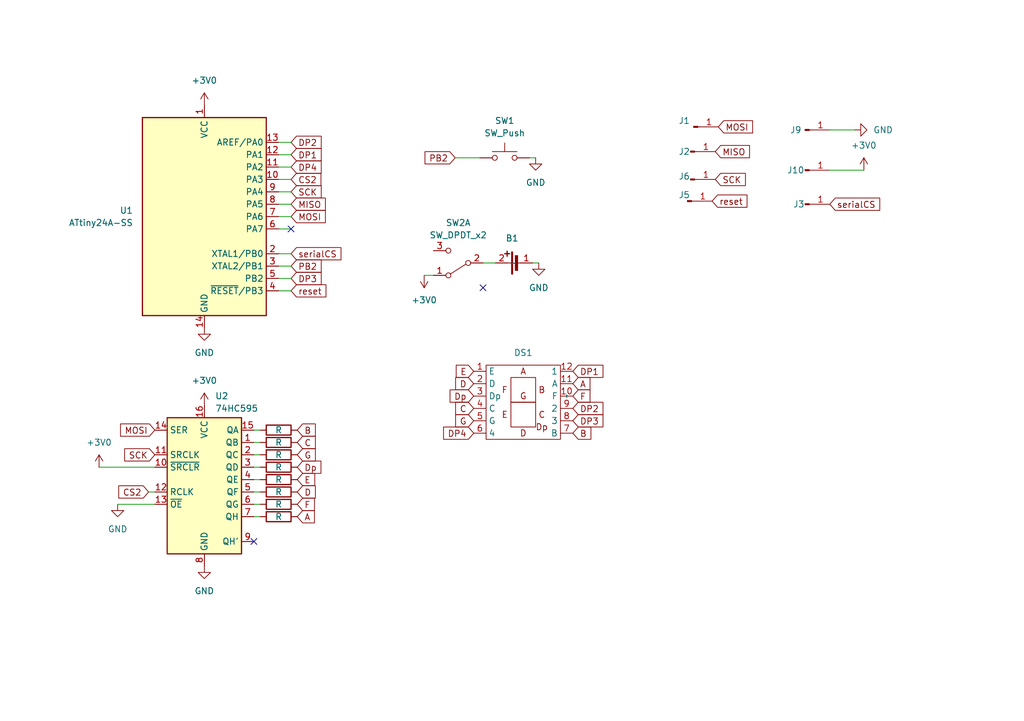
<source format=kicad_sch>
(kicad_sch (version 20231120) (generator "eeschema") (generator_version "8.0")
  (paper "A5")
  (title_block (title "Reaction Game") (date "2023-12-07") (rev "0.1"))
  (lib_symbols
    (symbol "74xx:74HC595"
      (property "Reference" "U" (at -7.62 13.97 0))
      (property "Value" "74HC595" (at -7.62 -16.51 0))
      (symbol "74HC595_1_0"
        (pin tri_state line (at 10.16 7.62 180) (length 2.54) (name "QB") (number "1"))
        (pin input line (at -10.16 2.54 0) (length 2.54) (name "~{SRCLR}") (number "10"))
        (pin input line (at -10.16 5.08 0) (length 2.54) (name "SRCLK") (number "11"))
        (pin input line (at -10.16 -2.54 0) (length 2.54) (name "RCLK") (number "12"))
        (pin input line (at -10.16 -5.08 0) (length 2.54) (name "~{OE}") (number "13"))
        (pin input line (at -10.16 10.16 0) (length 2.54) (name "SER") (number "14"))
        (pin tri_state line (at 10.16 10.16 180) (length 2.54) (name "QA") (number "15"))
        (pin power_in line (at 0 15.24 270) (length 2.54) (name "VCC") (number "16"))
        (pin tri_state line (at 10.16 5.08 180) (length 2.54) (name "QC") (number "2"))
        (pin tri_state line (at 10.16 2.54 180) (length 2.54) (name "QD") (number "3"))
        (pin tri_state line (at 10.16 0 180) (length 2.54) (name "QE") (number "4"))
        (pin tri_state line (at 10.16 -2.54 180) (length 2.54) (name "QF") (number "5"))
        (pin tri_state line (at 10.16 -5.08 180) (length 2.54) (name "QG") (number "6"))
        (pin tri_state line (at 10.16 -7.62 180) (length 2.54) (name "QH") (number "7"))
        (pin power_in line (at 0 -17.78 90) (length 2.54) (name "GND") (number "8"))
        (pin output line (at 10.16 -12.7 180) (length 2.54) (name "QH'") (number "9"))
      )
      (symbol "74HC595_1_1"
        (rectangle (start -7.62 12.7) (end 7.62 -15.24) (stroke (width 0.254)) (fill (type background)))
      )
    )
    (symbol "Connector:Conn_01x01_Pin" (pin_names (offset 1.016) hide)
      (property "Reference" "J" (at 0 2.54 0))
      (property "Value" "Conn_01x01_Pin" (at 0 -2.54 0))
      (symbol "Conn_01x01_Pin_1_1"
        (polyline (pts (xy 1.27 0) (xy 0.8636 0)) (stroke (width 0.1524)))
        (rectangle (start 0.8636 0.127) (end 0 -0.127) (stroke (width 0.1524)) (fill (type outline)))
        (pin passive line (at 5.08 0 180) (length 3.81) (name "Pin_1") (number "1"))
      )
    )
    (symbol "CustomParts:DS1092-09"
      (property "Reference" "B" (at 1.27 2.54 0))
      (symbol "DS1092-09_0_1"
        (rectangle (start -0.508 2.286) (end -0.254 -2.286) (fill (type outline)))
        (polyline (pts (xy -1.905 1.905) (xy -0.889 1.905)) (stroke (width 0.254)))
        (polyline (pts (xy -1.397 1.397) (xy -1.397 2.413)) (stroke (width 0.254)))
        (polyline (pts (xy -0.508 0) (xy -1.27 0)))
        (polyline (pts (xy 0.508 0) (xy 1.27 0)))
        (rectangle (start 0.254 1.524) (end 0.762 -1.524) (fill (type outline)))
      )
      (symbol "DS1092-09_1_0"
        (pin passive line (at -3.81 0 0) (length 2.54) (name "") (number "2"))
      )
      (symbol "DS1092-09_1_1"
        (pin passive line (at 3.81 0 180) (length 2.54) (name "") (number "1"))
      )
    )
    (symbol "CustomParts:SH5461AS"
      (property "Reference" "DS" (at -1.27 5.08 90))
      (symbol "SH5461AS_0_1"
        (rectangle (start -7.62 2.54) (end 7.62 -12.7))
        (polyline (pts (xy -2.54 -5.08) (xy -2.54 -10.16) (xy 2.54 -10.16) (xy 2.54 -5.08) (xy -2.54 -5.08)))
        (polyline (pts (xy -2.54 0) (xy 2.54 0) (xy 2.54 -5.08) (xy -2.54 -5.08) (xy -2.54 0)))
      )
      (symbol "SH5461AS_1_1"
        (text "A" (at 0 1.27 0) (effects (font (size 1.27 1.27))))
        (text "B" (at 3.81 -2.54 0) (effects (font (size 1.27 1.27))))
        (text "C\n" (at 3.81 -7.62 0) (effects (font (size 1.27 1.27))))
        (text "D" (at 0 -11.43 0) (effects (font (size 1.27 1.27))))
        (text "Dp\n" (at 3.81 -10.16 0) (effects (font (size 1.27 1.27))))
        (text "E" (at -3.81 -7.62 0) (effects (font (size 1.27 1.27))))
        (text "F" (at -3.81 -2.54 0) (effects (font (size 1.27 1.27))))
        (text "G\n" (at 0 -3.81 0) (effects (font (size 1.27 1.27))))
        (pin input line (at -10.16 1.27 0) (length 2.54) (name "E") (number "1"))
        (pin input line (at 10.16 -3.81 180) (length 2.54) (name "F") (number "10"))
        (pin input line (at 10.16 -1.27 180) (length 2.54) (name "A") (number "11"))
        (pin input line (at 10.16 1.27 180) (length 2.54) (name "1") (number "12"))
        (pin input line (at -10.16 -1.27 0) (length 2.54) (name "D") (number "2"))
        (pin input line (at -10.16 -3.81 0) (length 2.54) (name "Dp") (number "3"))
        (pin input line (at -10.16 -6.35 0) (length 2.54) (name "C") (number "4"))
        (pin input line (at -10.16 -8.89 0) (length 2.54) (name "G") (number "5"))
        (pin input line (at -10.16 -11.43 0) (length 2.54) (name "4") (number "6"))
        (pin input line (at 10.16 -11.43 180) (length 2.54) (name "B") (number "7"))
        (pin input line (at 10.16 -8.89 180) (length 2.54) (name "3") (number "8"))
        (pin input line (at 10.16 -6.35 180) (length 2.54) (name "2") (number "9"))
      )
    )
    (symbol "Device:R" (pin_numbers hide) (pin_names (offset 0))
      (property "Reference" "R" (at 2.032 0 90))
      (property "Value" "R" (at 0 0 90))
      (symbol "R_0_1"
        (rectangle (start -1.016 -2.54) (end 1.016 2.54) (stroke (width 0.254)))
      )
      (symbol "R_1_1"
        (pin passive line (at 0 3.81 270) (length 1.27) (name "~") (number "1"))
        (pin passive line (at 0 -3.81 90) (length 1.27) (name "~") (number "2"))
      )
    )
    (symbol "MCU_Microchip_ATtiny:ATtiny24A-SS"
      (property "Reference" "U" (at -12.7 21.59 0))
      (property "Value" "ATtiny24A-SS" (at 2.54 -21.59 0))
      (symbol "ATtiny24A-SS_0_1"
        (rectangle (start -12.7 -20.32) (end 12.7 20.32) (stroke (width 0.254)) (fill (type background)))
      )
      (symbol "ATtiny24A-SS_1_1"
        (pin power_in line (at 0 22.86 270) (length 2.54) (name "VCC") (number "1"))
        (pin bidirectional line (at 15.24 7.62 180) (length 2.54) (name "PA3") (number "10"))
        (pin bidirectional line (at 15.24 10.16 180) (length 2.54) (name "PA2") (number "11"))
        (pin bidirectional line (at 15.24 12.7 180) (length 2.54) (name "PA1") (number "12"))
        (pin bidirectional line (at 15.24 15.24 180) (length 2.54) (name "AREF/PA0") (number "13"))
        (pin power_in line (at 0 -22.86 90) (length 2.54) (name "GND") (number "14"))
        (pin bidirectional line (at 15.24 -7.62 180) (length 2.54) (name "XTAL1/PB0") (number "2"))
        (pin bidirectional line (at 15.24 -10.16 180) (length 2.54) (name "XTAL2/PB1") (number "3"))
        (pin bidirectional line (at 15.24 -15.24 180) (length 2.54) (name "~{RESET}/PB3") (number "4"))
        (pin bidirectional line (at 15.24 -12.7 180) (length 2.54) (name "PB2") (number "5"))
        (pin bidirectional line (at 15.24 -2.54 180) (length 2.54) (name "PA7") (number "6"))
        (pin bidirectional line (at 15.24 0 180) (length 2.54) (name "PA6") (number "7"))
        (pin bidirectional line (at 15.24 2.54 180) (length 2.54) (name "PA5") (number "8"))
        (pin bidirectional line (at 15.24 5.08 180) (length 2.54) (name "PA4") (number "9"))
      )
    )
    (symbol "Switch:SW_DPDT_x2" (pin_names (offset 0) hide)
      (property "Reference" "SW" (at 0 4.318 0))
      (property "Value" "SW_DPDT_x2" (at 0 -5.08 0))
      (symbol "SW_DPDT_x2_0_0"
        (circle (center -2.032 0) (radius 0.508))
        (circle (center 2.032 -2.54) (radius 0.508))
      )
      (symbol "SW_DPDT_x2_0_1"
        (polyline (pts (xy -1.524 0.254) (xy 1.651 2.286)))
        (circle (center 2.032 2.54) (radius 0.508))
      )
      (symbol "SW_DPDT_x2_1_1"
        (pin passive line (at 5.08 2.54 180) (length 2.54) (name "A") (number "1"))
        (pin passive line (at -5.08 0 0) (length 2.54) (name "B") (number "2"))
        (pin passive line (at 5.08 -2.54 180) (length 2.54) (name "C") (number "3"))
      )
      (symbol "SW_DPDT_x2_2_1"
        (pin passive line (at 5.08 2.54 180) (length 2.54) (name "A") (number "4"))
        (pin passive line (at -5.08 0 0) (length 2.54) (name "B") (number "5"))
        (pin passive line (at 5.08 -2.54 180) (length 2.54) (name "C") (number "6"))
      )
    )
    (symbol "Switch:SW_Push" (pin_numbers hide) (pin_names (offset 1.016) hide)
      (property "Reference" "SW" (at 1.27 2.54 0))
      (property "Value" "SW_Push" (at 0 -1.524 0))
      (symbol "SW_Push_0_1"
        (circle (center -2.032 0) (radius 0.508))
        (polyline (pts (xy 0 1.27) (xy 0 3.048)))
        (polyline (pts (xy 2.54 1.27) (xy -2.54 1.27)))
        (circle (center 2.032 0) (radius 0.508))
        (pin passive line (at -5.08 0 0) (length 2.54) (name "1") (number "1"))
        (pin passive line (at 5.08 0 180) (length 2.54) (name "2") (number "2"))
      )
    )
    (symbol "power:+3V0" (power) (pin_names (offset 0))
      (property "Value" "+3V0" (at 0 3.556 0))
      (symbol "+3V0_0_1"
        (polyline (pts (xy -0.762 1.27) (xy 0 2.54)))
        (polyline (pts (xy 0 0) (xy 0 2.54)))
        (polyline (pts (xy 0 2.54) (xy 0.762 1.27)))
      )
      (symbol "+3V0_1_1"
        (pin power_in line (at 0 0 90) (length 0) hide (name "+3V0") (number "1"))
      )
    )
    (symbol "power:GND" (power) (pin_names (offset 0))
      (property "Value" "GND" (at 0 -3.81 0))
      (symbol "GND_0_1"
        (polyline (pts (xy 0 0) (xy 0 -1.27) (xy 1.27 -1.27) (xy 0 -2.54) (xy -1.27 -1.27) (xy 0 -1.27)))
      )
      (symbol "GND_1_1"
        (pin power_in line (at 0 0 270) (length 0) hide (name "GND") (number "1"))
      )
    )
  )
  (no_connect (at 52.07 111.125))
  (no_connect (at 59.69 46.99))
  (no_connect (at 99.06 59.055))
  (wire (pts (xy 59.69 36.83) (xy 57.15 36.83)))
  (wire (pts (xy 53.34 98.425) (xy 52.07 98.425)))
  (wire (pts (xy 109.855 32.385) (xy 108.585 32.385)))
  (wire (pts (xy 53.34 93.345) (xy 52.07 93.345)))
  (wire (pts (xy 53.34 100.965) (xy 52.07 100.965)))
  (wire (pts (xy 109.22 53.975) (xy 110.49 53.975)))
  (wire (pts (xy 59.69 29.21) (xy 57.15 29.21)))
  (wire (pts (xy 53.34 90.805) (xy 52.07 90.805)))
  (wire (pts (xy 59.69 31.75) (xy 57.15 31.75)))
  (wire (pts (xy 57.15 46.99) (xy 59.69 46.99)))
  (wire (pts (xy 57.15 54.61) (xy 59.69 54.61)))
  (wire (pts (xy 53.34 106.045) (xy 52.07 106.045)))
  (wire (pts (xy 93.345 32.385) (xy 98.425 32.385)))
  (wire (pts (xy 57.15 52.07) (xy 59.69 52.07)))
  (wire (pts (xy 57.15 57.15) (xy 59.69 57.15)))
  (wire (pts (xy 57.15 41.91) (xy 59.69 41.91)))
  (wire (pts (xy 59.69 34.29) (xy 57.15 34.29)))
  (wire (pts (xy 53.34 95.885) (xy 52.07 95.885)))
  (wire (pts (xy 53.34 103.505) (xy 52.07 103.505)))
  (wire (pts (xy 57.15 44.45) (xy 59.69 44.45)))
  (wire (pts (xy 20.32 95.885) (xy 31.75 95.885)))
  (wire (pts (xy 175.26 26.67) (xy 170.18 26.67)))
  (wire (pts (xy 86.995 56.515) (xy 88.9 56.515)))
  (wire (pts (xy 170.18 34.925) (xy 177.165 34.925)))
  (wire (pts (xy 53.34 88.265) (xy 52.07 88.265)))
  (wire (pts (xy 30.48 100.965) (xy 31.75 100.965)))
  (wire (pts (xy 59.69 39.37) (xy 57.15 39.37)))
  (wire (pts (xy 24.13 103.505) (xy 31.75 103.505)))
  (wire (pts (xy 57.15 59.69) (xy 59.69 59.69)))
  (wire (pts (xy 99.06 53.975) (xy 101.6 53.975)))
  (global_label "DP3" (shape input) (at 59.69 57.15 0) (property "Intersheetrefs" "${INTERSHEET_REFS}" (effects (hide yes))))
  (global_label "PB2" (shape input) (at 93.345 32.385 180) (property "Intersheetrefs" "${INTERSHEET_REFS}" (effects (hide yes))))
  (global_label "D" (shape input) (at 60.96 100.965 0) (property "Intersheetrefs" "${INTERSHEET_REFS}" (effects (hide yes))))
  (global_label "A" (shape input) (at 60.96 106.045 0) (property "Intersheetrefs" "${INTERSHEET_REFS}" (effects (hide yes))))
  (global_label "E" (shape input) (at 60.96 98.425 0) (property "Intersheetrefs" "${INTERSHEET_REFS}" (effects (hide yes))))
  (global_label "A" (shape input) (at 117.475 78.74 0) (property "Intersheetrefs" "${INTERSHEET_REFS}" (effects (hide yes))))
  (global_label "CS2" (shape input) (at 30.48 100.965 180) (property "Intersheetrefs" "${INTERSHEET_REFS}" (effects (hide yes))))
  (global_label "MISO" (shape input) (at 146.685 31.115 0) (property "Intersheetrefs" "${INTERSHEET_REFS}" (effects (hide yes))))
  (global_label "DP1" (shape input) (at 117.475 76.2 0) (property "Intersheetrefs" "${INTERSHEET_REFS}" (effects (hide yes))))
  (global_label "SCK" (shape input) (at 31.75 93.345 180) (property "Intersheetrefs" "${INTERSHEET_REFS}" (effects (hide yes))))
  (global_label "Dp" (shape input) (at 60.96 95.885 0) (property "Intersheetrefs" "${INTERSHEET_REFS}" (effects (hide yes))))
  (global_label "C" (shape input) (at 97.155 83.82 180) (property "Intersheetrefs" "${INTERSHEET_REFS}" (effects (hide yes))))
  (global_label "MOSI" (shape input) (at 31.75 88.265 180) (property "Intersheetrefs" "${INTERSHEET_REFS}" (effects (hide yes))))
  (global_label "C" (shape input) (at 60.96 90.805 0) (property "Intersheetrefs" "${INTERSHEET_REFS}" (effects (hide yes))))
  (global_label "MOSI" (shape input) (at 59.69 44.45 0) (property "Intersheetrefs" "${INTERSHEET_REFS}" (effects (hide yes))))
  (global_label "DP4" (shape input) (at 97.155 88.9 180) (property "Intersheetrefs" "${INTERSHEET_REFS}" (effects (hide yes))))
  (global_label "serialCS" (shape input) (at 59.69 52.07 0) (property "Intersheetrefs" "${INTERSHEET_REFS}" (effects (hide yes))))
  (global_label "DP2" (shape input) (at 59.69 29.21 0) (property "Intersheetrefs" "${INTERSHEET_REFS}" (effects (hide yes))))
  (global_label "DP4" (shape input) (at 59.69 34.29 0) (property "Intersheetrefs" "${INTERSHEET_REFS}" (effects (hide yes))))
  (global_label "MOSI" (shape input) (at 147.32 26.035 0) (property "Intersheetrefs" "${INTERSHEET_REFS}" (effects (hide yes))))
  (global_label "G" (shape input) (at 60.96 93.345 0) (property "Intersheetrefs" "${INTERSHEET_REFS}" (effects (hide yes))))
  (global_label "D" (shape input) (at 97.155 78.74 180) (property "Intersheetrefs" "${INTERSHEET_REFS}" (effects (hide yes))))
  (global_label "CS2" (shape input) (at 59.69 36.83 0) (property "Intersheetrefs" "${INTERSHEET_REFS}" (effects (hide yes))))
  (global_label "SCK" (shape input) (at 146.685 36.83 0) (property "Intersheetrefs" "${INTERSHEET_REFS}" (effects (hide yes))))
  (global_label "DP3" (shape input) (at 117.475 86.36 0) (property "Intersheetrefs" "${INTERSHEET_REFS}" (effects (hide yes))))
  (global_label "serialCS" (shape input) (at 170.18 41.91 0) (property "Intersheetrefs" "${INTERSHEET_REFS}" (effects (hide yes))))
  (global_label "B" (shape input) (at 60.96 88.265 0) (property "Intersheetrefs" "${INTERSHEET_REFS}" (effects (hide yes))))
  (global_label "DP1" (shape input) (at 59.69 31.75 0) (property "Intersheetrefs" "${INTERSHEET_REFS}" (effects (hide yes))))
  (global_label "B" (shape input) (at 117.475 88.9 0) (property "Intersheetrefs" "${INTERSHEET_REFS}" (effects (hide yes))))
  (global_label "E" (shape input) (at 97.155 76.2 180) (property "Intersheetrefs" "${INTERSHEET_REFS}" (effects (hide yes))))
  (global_label "Dp" (shape input) (at 97.155 81.28 180) (property "Intersheetrefs" "${INTERSHEET_REFS}" (effects (hide yes))))
  (global_label "SCK" (shape input) (at 59.69 39.37 0) (property "Intersheetrefs" "${INTERSHEET_REFS}" (effects (hide yes))))
  (global_label "F" (shape input) (at 117.475 81.28 0) (property "Intersheetrefs" "${INTERSHEET_REFS}" (effects (hide yes))))
  (global_label "reset" (shape input) (at 59.69 59.69 0) (property "Intersheetrefs" "${INTERSHEET_REFS}" (effects (hide yes))))
  (global_label "G" (shape input) (at 97.155 86.36 180) (property "Intersheetrefs" "${INTERSHEET_REFS}" (effects (hide yes))))
  (global_label "DP2" (shape input) (at 117.475 83.82 0) (property "Intersheetrefs" "${INTERSHEET_REFS}" (effects (hide yes))))
  (global_label "MISO" (shape input) (at 59.69 41.91 0) (property "Intersheetrefs" "${INTERSHEET_REFS}" (effects (hide yes))))
  (global_label "PB2" (shape input) (at 59.69 54.61 0) (property "Intersheetrefs" "${INTERSHEET_REFS}" (effects (hide yes))))
  (global_label "F" (shape input) (at 60.96 103.505 0) (property "Intersheetrefs" "${INTERSHEET_REFS}" (effects (hide yes))))
  (global_label "reset" (shape input) (at 146.05 41.275 0) (property "Intersheetrefs" "${INTERSHEET_REFS}" (effects (hide yes))))
  (symbol (lib_id "power:GND") (at 110.49 53.975 0) (unit 1)
    (property "Reference" "#PWR05" (effects (hide yes)))
    (property "Value" "GND" (at 110.49 59.055 0))
  )
  (symbol (lib_id "Switch:SW_DPDT_x2") (at 93.98 53.975 180) (unit 1)
    (property "Reference" "SW2" (at 93.98 45.72 0))
    (property "Value" "SW_DPDT_x2" (at 93.98 48.26 0))
    (property "Footprint" "CustomParts:SS12F47" (effects (hide yes)))
  )
  (symbol (lib_id "power:+3V0") (at 41.91 83.185 0) (unit 1)
    (property "Reference" "#PWR08" (effects (hide yes)))
    (property "Value" "+3V0" (at 41.91 78.105 0))
  )
  (symbol (lib_id "MCU_Microchip_ATtiny:ATtiny24A-SS") (at 41.91 44.45 0) (unit 1)
    (property "Reference" "U1" (at 27.305 43.18 0) (effects (justify right)))
    (property "Value" "ATtiny24A-SS" (at 27.305 45.72 0) (effects (justify right)))
    (property "Footprint" "Package_SO:SOIC-14_3.9x8.7mm_P1.27mm" (effects (hide yes)))
    (property "Datasheet" "http://ww1.microchip.com/downloads/en/DeviceDoc/doc8183.pdf" (effects (hide yes)))
  )
  (symbol (lib_id "Connector:Conn_01x01_Pin") (at 140.97 41.275 0) (unit 1)
    (property "Reference" "J5" (at 140.335 40.005 0))
    (property "Value" "Conn_01x01_Pin" (effects (hide yes)))
    (property "Footprint" "Connector_PinHeader_2.54mm:PinHeader_1x01_P2.54mm_Vertical" (effects (hide yes)))
  )
  (symbol (lib_id "power:GND") (at 24.13 103.505 0) (unit 1)
    (property "Reference" "#PWR07" (effects (hide yes)))
    (property "Value" "GND" (at 24.13 108.585 0))
  )
  (symbol (lib_id "power:+3V0") (at 20.32 95.885 0) (unit 1)
    (property "Reference" "#PWR06" (effects (hide yes)))
    (property "Value" "+3V0" (at 20.32 90.805 0))
  )
  (symbol (lib_id "power:GND") (at 41.91 116.205 0) (unit 1)
    (property "Reference" "#PWR09" (effects (hide yes)))
    (property "Value" "GND" (at 41.91 121.285 0))
  )
  (symbol (lib_id "power:GND") (at 41.91 67.31 0) (unit 1)
    (property "Reference" "#PWR02" (effects (hide yes)))
    (property "Value" "GND" (at 41.91 72.39 0))
  )
  (symbol (lib_id "CustomParts:DS1092-09") (at 105.41 53.975 0) (unit 1)
    (property "Reference" "B1" (at 105.029 48.895 0))
    (property "Value" "~" (at 105.41 53.975 0))
    (property "Footprint" "CustomParts:DS1092" (effects (hide yes)))
  )
  (symbol (lib_id "Connector:Conn_01x01_Pin") (at 165.1 34.925 0) (unit 1)
    (property "Reference" "J10" (at 163.195 34.925 0))
    (property "Value" "Conn_01x01_Pin" (effects (hide yes)))
    (property "Footprint" "Connector_PinHeader_2.54mm:PinHeader_1x01_P2.54mm_Vertical" (effects (hide yes)))
  )
  (symbol (lib_id "Connector:Conn_01x01_Pin") (at 141.605 36.83 0) (unit 1)
    (property "Reference" "J6" (at 140.335 36.195 0))
    (property "Value" "Conn_01x01_Pin" (effects (hide yes)))
    (property "Footprint" "Connector_PinHeader_2.54mm:PinHeader_1x01_P2.54mm_Vertical" (effects (hide yes)))
  )
  (symbol (lib_id "power:GND") (at 175.26 26.67 90) (unit 1)
    (property "Reference" "#PWR04" (effects (hide yes)))
    (property "Value" "GND" (at 179.07 26.67 90) (effects (justify right)))
  )
  (symbol (lib_id "74xx:74HC595") (at 41.91 98.425 0) (unit 1)
    (property "Reference" "U2" (at 44.1041 81.28 0) (effects (justify left)))
    (property "Value" "74HC595" (at 44.1041 83.82 0) (effects (justify left)))
    (property "Footprint" "Package_DIP:DIP-16_W7.62mm" (effects (hide yes)))
    (property "Datasheet" "http://www.ti.com/lit/ds/symlink/sn74hc595.pdf" (effects (hide yes)))
  )
  (symbol (lib_id "Device:R") (at 57.15 95.885 90) (unit 1)
    (property "Reference" "R4" (effects (hide yes)))
    (property "Value" "R" (at 57.15 95.885 90))
    (property "Footprint" "Resistor_SMD:R_1206_3216Metric" (effects (hide yes)))
  )
  (symbol (lib_id "Device:R") (at 57.15 103.505 90) (unit 1)
    (property "Reference" "R7" (effects (hide yes)))
    (property "Value" "R" (at 57.15 103.505 90))
    (property "Footprint" "Resistor_SMD:R_1206_3216Metric" (effects (hide yes)))
  )
  (symbol (lib_id "Device:R") (at 57.15 93.345 90) (unit 1)
    (property "Reference" "R3" (effects (hide yes)))
    (property "Value" "R" (at 57.15 93.345 90))
    (property "Footprint" "Resistor_SMD:R_1206_3216Metric" (effects (hide yes)))
  )
  (symbol (lib_id "Connector:Conn_01x01_Pin") (at 142.24 26.035 0) (unit 1)
    (property "Reference" "J1" (at 140.335 24.765 0))
    (property "Value" "Conn_01x01_Pin" (effects (hide yes)))
    (property "Footprint" "Connector_PinHeader_2.54mm:PinHeader_1x01_P2.54mm_Vertical" (effects (hide yes)))
  )
  (symbol (lib_id "Connector:Conn_01x01_Pin") (at 165.1 41.91 0) (unit 1)
    (property "Reference" "J3" (at 163.83 41.91 0))
    (property "Value" "Conn_01x01_Pin" (effects (hide yes)))
    (property "Footprint" "Connector_PinHeader_2.54mm:PinHeader_1x01_P2.54mm_Vertical" (effects (hide yes)))
  )
  (symbol (lib_id "Connector:Conn_01x01_Pin") (at 165.1 26.67 0) (unit 1)
    (property "Reference" "J9" (at 163.195 26.67 0))
    (property "Value" "Conn_01x01_Pin" (effects (hide yes)))
    (property "Footprint" "Connector_PinHeader_2.54mm:PinHeader_1x01_P2.54mm_Vertical" (effects (hide yes)))
  )
  (symbol (lib_id "Switch:SW_Push") (at 103.505 32.385 0) (unit 1)
    (property "Reference" "SW1" (at 103.505 24.765 0))
    (property "Value" "SW_Push" (at 103.505 27.305 0))
    (property "Footprint" "Button_Switch_THT:SW_PUSH-12mm" (effects (hide yes)))
  )
  (symbol (lib_id "Device:R") (at 57.15 106.045 90) (unit 1)
    (property "Reference" "R8" (effects (hide yes)))
    (property "Value" "R" (at 57.15 106.045 90))
    (property "Footprint" "Resistor_SMD:R_1206_3216Metric" (effects (hide yes)))
  )
  (symbol (lib_id "power:+3V0") (at 86.995 56.515 180) (unit 1)
    (property "Reference" "#PWR012" (effects (hide yes)))
    (property "Value" "+3V0" (at 86.995 61.595 0))
  )
  (symbol (lib_id "CustomParts:SH5461AS") (at 107.315 77.47 0) (unit 1)
    (property "Reference" "DS1" (at 107.315 72.39 0))
    (property "Value" "~" (at 116.205 81.28 90))
    (property "Footprint" "CustomParts:SH5461AS" (effects (hide yes)))
  )
  (symbol (lib_id "Device:R") (at 57.15 90.805 90) (unit 1)
    (property "Reference" "R2" (effects (hide yes)))
    (property "Value" "R" (at 57.15 90.805 90))
    (property "Footprint" "Resistor_SMD:R_1206_3216Metric" (effects (hide yes)))
  )
  (symbol (lib_id "Device:R") (at 57.15 88.265 90) (unit 1)
    (property "Reference" "R1" (effects (hide yes)))
    (property "Value" "R" (at 57.15 88.265 90))
    (property "Footprint" "Resistor_SMD:R_1206_3216Metric" (effects (hide yes)))
  )
  (symbol (lib_id "power:+3V0") (at 177.165 34.925 0) (unit 1)
    (property "Reference" "#PWR011" (effects (hide yes)))
    (property "Value" "+3V0" (at 177.165 29.845 0))
  )
  (symbol (lib_id "power:+3V0") (at 41.91 21.59 0) (unit 1)
    (property "Reference" "#PWR03" (effects (hide yes)))
    (property "Value" "+3V0" (at 41.91 16.51 0))
  )
  (symbol (lib_id "Connector:Conn_01x01_Pin") (at 141.605 31.115 0) (unit 1)
    (property "Reference" "J2" (at 140.335 31.115 0))
    (property "Value" "Conn_01x01_Pin" (effects (hide yes)))
    (property "Footprint" "Connector_PinHeader_2.54mm:PinHeader_1x01_P2.54mm_Vertical" (effects (hide yes)))
  )
  (symbol (lib_id "power:GND") (at 109.855 32.385 0) (unit 1)
    (property "Reference" "#PWR01" (effects (hide yes)))
    (property "Value" "GND" (at 109.855 37.465 0))
  )
  (symbol (lib_id "Device:R") (at 57.15 100.965 90) (unit 1)
    (property "Reference" "R6" (effects (hide yes)))
    (property "Value" "R" (at 57.15 100.965 90))
    (property "Footprint" "Resistor_SMD:R_1206_3216Metric" (effects (hide yes)))
  )
  (symbol (lib_id "Device:R") (at 57.15 98.425 90) (unit 1)
    (property "Reference" "R5" (effects (hide yes)))
    (property "Value" "R" (at 57.15 98.425 90))
    (property "Footprint" "Resistor_SMD:R_1206_3216Metric" (effects (hide yes)))
  )
)
</source>
